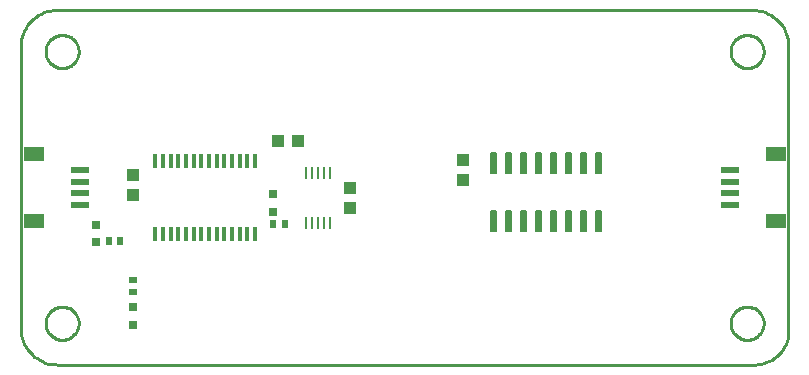
<source format=gbr>
G04 EAGLE Gerber RS-274X export*
G75*
%MOMM*%
%FSLAX34Y34*%
%LPD*%
%INSolderpaste Top*%
%IPPOS*%
%AMOC8*
5,1,8,0,0,1.08239X$1,22.5*%
G01*
%ADD10R,0.400000X1.150000*%
%ADD11C,0.150000*%
%ADD12R,0.250000X1.000000*%
%ADD13R,1.550000X0.600000*%
%ADD14R,1.800000X1.200000*%
%ADD15R,1.000000X1.100000*%
%ADD16R,0.800000X0.800000*%
%ADD17R,0.600000X0.700000*%
%ADD18R,0.700000X0.600000*%
%ADD19C,0.254000*%


D10*
X113960Y110224D03*
X120460Y110224D03*
X126960Y110224D03*
X133460Y110224D03*
X139960Y110224D03*
X146460Y110224D03*
X152960Y110224D03*
X159460Y110224D03*
X165960Y110224D03*
X172460Y110224D03*
X178960Y110224D03*
X185460Y110224D03*
X191960Y110224D03*
X198460Y110224D03*
X198460Y172224D03*
X191960Y172224D03*
X185460Y172224D03*
X178960Y172224D03*
X172460Y172224D03*
X165960Y172224D03*
X159460Y172224D03*
X152960Y172224D03*
X146460Y172224D03*
X139960Y172224D03*
X133460Y172224D03*
X126960Y172224D03*
X120460Y172224D03*
X113960Y172224D03*
D11*
X402300Y130250D02*
X402300Y112750D01*
X397800Y112750D01*
X397800Y130250D01*
X402300Y130250D01*
X402300Y114175D02*
X397800Y114175D01*
X397800Y115600D02*
X402300Y115600D01*
X402300Y117025D02*
X397800Y117025D01*
X397800Y118450D02*
X402300Y118450D01*
X402300Y119875D02*
X397800Y119875D01*
X397800Y121300D02*
X402300Y121300D01*
X402300Y122725D02*
X397800Y122725D01*
X397800Y124150D02*
X402300Y124150D01*
X402300Y125575D02*
X397800Y125575D01*
X397800Y127000D02*
X402300Y127000D01*
X402300Y128425D02*
X397800Y128425D01*
X397800Y129850D02*
X402300Y129850D01*
X415000Y130250D02*
X415000Y112750D01*
X410500Y112750D01*
X410500Y130250D01*
X415000Y130250D01*
X415000Y114175D02*
X410500Y114175D01*
X410500Y115600D02*
X415000Y115600D01*
X415000Y117025D02*
X410500Y117025D01*
X410500Y118450D02*
X415000Y118450D01*
X415000Y119875D02*
X410500Y119875D01*
X410500Y121300D02*
X415000Y121300D01*
X415000Y122725D02*
X410500Y122725D01*
X410500Y124150D02*
X415000Y124150D01*
X415000Y125575D02*
X410500Y125575D01*
X410500Y127000D02*
X415000Y127000D01*
X415000Y128425D02*
X410500Y128425D01*
X410500Y129850D02*
X415000Y129850D01*
X427700Y130250D02*
X427700Y112750D01*
X423200Y112750D01*
X423200Y130250D01*
X427700Y130250D01*
X427700Y114175D02*
X423200Y114175D01*
X423200Y115600D02*
X427700Y115600D01*
X427700Y117025D02*
X423200Y117025D01*
X423200Y118450D02*
X427700Y118450D01*
X427700Y119875D02*
X423200Y119875D01*
X423200Y121300D02*
X427700Y121300D01*
X427700Y122725D02*
X423200Y122725D01*
X423200Y124150D02*
X427700Y124150D01*
X427700Y125575D02*
X423200Y125575D01*
X423200Y127000D02*
X427700Y127000D01*
X427700Y128425D02*
X423200Y128425D01*
X423200Y129850D02*
X427700Y129850D01*
X440400Y130250D02*
X440400Y112750D01*
X435900Y112750D01*
X435900Y130250D01*
X440400Y130250D01*
X440400Y114175D02*
X435900Y114175D01*
X435900Y115600D02*
X440400Y115600D01*
X440400Y117025D02*
X435900Y117025D01*
X435900Y118450D02*
X440400Y118450D01*
X440400Y119875D02*
X435900Y119875D01*
X435900Y121300D02*
X440400Y121300D01*
X440400Y122725D02*
X435900Y122725D01*
X435900Y124150D02*
X440400Y124150D01*
X440400Y125575D02*
X435900Y125575D01*
X435900Y127000D02*
X440400Y127000D01*
X440400Y128425D02*
X435900Y128425D01*
X435900Y129850D02*
X440400Y129850D01*
X453100Y130250D02*
X453100Y112750D01*
X448600Y112750D01*
X448600Y130250D01*
X453100Y130250D01*
X453100Y114175D02*
X448600Y114175D01*
X448600Y115600D02*
X453100Y115600D01*
X453100Y117025D02*
X448600Y117025D01*
X448600Y118450D02*
X453100Y118450D01*
X453100Y119875D02*
X448600Y119875D01*
X448600Y121300D02*
X453100Y121300D01*
X453100Y122725D02*
X448600Y122725D01*
X448600Y124150D02*
X453100Y124150D01*
X453100Y125575D02*
X448600Y125575D01*
X448600Y127000D02*
X453100Y127000D01*
X453100Y128425D02*
X448600Y128425D01*
X448600Y129850D02*
X453100Y129850D01*
X465800Y130250D02*
X465800Y112750D01*
X461300Y112750D01*
X461300Y130250D01*
X465800Y130250D01*
X465800Y114175D02*
X461300Y114175D01*
X461300Y115600D02*
X465800Y115600D01*
X465800Y117025D02*
X461300Y117025D01*
X461300Y118450D02*
X465800Y118450D01*
X465800Y119875D02*
X461300Y119875D01*
X461300Y121300D02*
X465800Y121300D01*
X465800Y122725D02*
X461300Y122725D01*
X461300Y124150D02*
X465800Y124150D01*
X465800Y125575D02*
X461300Y125575D01*
X461300Y127000D02*
X465800Y127000D01*
X465800Y128425D02*
X461300Y128425D01*
X461300Y129850D02*
X465800Y129850D01*
X478500Y130250D02*
X478500Y112750D01*
X474000Y112750D01*
X474000Y130250D01*
X478500Y130250D01*
X478500Y114175D02*
X474000Y114175D01*
X474000Y115600D02*
X478500Y115600D01*
X478500Y117025D02*
X474000Y117025D01*
X474000Y118450D02*
X478500Y118450D01*
X478500Y119875D02*
X474000Y119875D01*
X474000Y121300D02*
X478500Y121300D01*
X478500Y122725D02*
X474000Y122725D01*
X474000Y124150D02*
X478500Y124150D01*
X478500Y125575D02*
X474000Y125575D01*
X474000Y127000D02*
X478500Y127000D01*
X478500Y128425D02*
X474000Y128425D01*
X474000Y129850D02*
X478500Y129850D01*
X491200Y130250D02*
X491200Y112750D01*
X486700Y112750D01*
X486700Y130250D01*
X491200Y130250D01*
X491200Y114175D02*
X486700Y114175D01*
X486700Y115600D02*
X491200Y115600D01*
X491200Y117025D02*
X486700Y117025D01*
X486700Y118450D02*
X491200Y118450D01*
X491200Y119875D02*
X486700Y119875D01*
X486700Y121300D02*
X491200Y121300D01*
X491200Y122725D02*
X486700Y122725D01*
X486700Y124150D02*
X491200Y124150D01*
X491200Y125575D02*
X486700Y125575D01*
X486700Y127000D02*
X491200Y127000D01*
X491200Y128425D02*
X486700Y128425D01*
X486700Y129850D02*
X491200Y129850D01*
X491200Y161850D02*
X491200Y179350D01*
X491200Y161850D02*
X486700Y161850D01*
X486700Y179350D01*
X491200Y179350D01*
X491200Y163275D02*
X486700Y163275D01*
X486700Y164700D02*
X491200Y164700D01*
X491200Y166125D02*
X486700Y166125D01*
X486700Y167550D02*
X491200Y167550D01*
X491200Y168975D02*
X486700Y168975D01*
X486700Y170400D02*
X491200Y170400D01*
X491200Y171825D02*
X486700Y171825D01*
X486700Y173250D02*
X491200Y173250D01*
X491200Y174675D02*
X486700Y174675D01*
X486700Y176100D02*
X491200Y176100D01*
X491200Y177525D02*
X486700Y177525D01*
X486700Y178950D02*
X491200Y178950D01*
X478500Y179350D02*
X478500Y161850D01*
X474000Y161850D01*
X474000Y179350D01*
X478500Y179350D01*
X478500Y163275D02*
X474000Y163275D01*
X474000Y164700D02*
X478500Y164700D01*
X478500Y166125D02*
X474000Y166125D01*
X474000Y167550D02*
X478500Y167550D01*
X478500Y168975D02*
X474000Y168975D01*
X474000Y170400D02*
X478500Y170400D01*
X478500Y171825D02*
X474000Y171825D01*
X474000Y173250D02*
X478500Y173250D01*
X478500Y174675D02*
X474000Y174675D01*
X474000Y176100D02*
X478500Y176100D01*
X478500Y177525D02*
X474000Y177525D01*
X474000Y178950D02*
X478500Y178950D01*
X465800Y179350D02*
X465800Y161850D01*
X461300Y161850D01*
X461300Y179350D01*
X465800Y179350D01*
X465800Y163275D02*
X461300Y163275D01*
X461300Y164700D02*
X465800Y164700D01*
X465800Y166125D02*
X461300Y166125D01*
X461300Y167550D02*
X465800Y167550D01*
X465800Y168975D02*
X461300Y168975D01*
X461300Y170400D02*
X465800Y170400D01*
X465800Y171825D02*
X461300Y171825D01*
X461300Y173250D02*
X465800Y173250D01*
X465800Y174675D02*
X461300Y174675D01*
X461300Y176100D02*
X465800Y176100D01*
X465800Y177525D02*
X461300Y177525D01*
X461300Y178950D02*
X465800Y178950D01*
X453100Y179350D02*
X453100Y161850D01*
X448600Y161850D01*
X448600Y179350D01*
X453100Y179350D01*
X453100Y163275D02*
X448600Y163275D01*
X448600Y164700D02*
X453100Y164700D01*
X453100Y166125D02*
X448600Y166125D01*
X448600Y167550D02*
X453100Y167550D01*
X453100Y168975D02*
X448600Y168975D01*
X448600Y170400D02*
X453100Y170400D01*
X453100Y171825D02*
X448600Y171825D01*
X448600Y173250D02*
X453100Y173250D01*
X453100Y174675D02*
X448600Y174675D01*
X448600Y176100D02*
X453100Y176100D01*
X453100Y177525D02*
X448600Y177525D01*
X448600Y178950D02*
X453100Y178950D01*
X440400Y179350D02*
X440400Y161850D01*
X435900Y161850D01*
X435900Y179350D01*
X440400Y179350D01*
X440400Y163275D02*
X435900Y163275D01*
X435900Y164700D02*
X440400Y164700D01*
X440400Y166125D02*
X435900Y166125D01*
X435900Y167550D02*
X440400Y167550D01*
X440400Y168975D02*
X435900Y168975D01*
X435900Y170400D02*
X440400Y170400D01*
X440400Y171825D02*
X435900Y171825D01*
X435900Y173250D02*
X440400Y173250D01*
X440400Y174675D02*
X435900Y174675D01*
X435900Y176100D02*
X440400Y176100D01*
X440400Y177525D02*
X435900Y177525D01*
X435900Y178950D02*
X440400Y178950D01*
X427700Y179350D02*
X427700Y161850D01*
X423200Y161850D01*
X423200Y179350D01*
X427700Y179350D01*
X427700Y163275D02*
X423200Y163275D01*
X423200Y164700D02*
X427700Y164700D01*
X427700Y166125D02*
X423200Y166125D01*
X423200Y167550D02*
X427700Y167550D01*
X427700Y168975D02*
X423200Y168975D01*
X423200Y170400D02*
X427700Y170400D01*
X427700Y171825D02*
X423200Y171825D01*
X423200Y173250D02*
X427700Y173250D01*
X427700Y174675D02*
X423200Y174675D01*
X423200Y176100D02*
X427700Y176100D01*
X427700Y177525D02*
X423200Y177525D01*
X423200Y178950D02*
X427700Y178950D01*
X415000Y179350D02*
X415000Y161850D01*
X410500Y161850D01*
X410500Y179350D01*
X415000Y179350D01*
X415000Y163275D02*
X410500Y163275D01*
X410500Y164700D02*
X415000Y164700D01*
X415000Y166125D02*
X410500Y166125D01*
X410500Y167550D02*
X415000Y167550D01*
X415000Y168975D02*
X410500Y168975D01*
X410500Y170400D02*
X415000Y170400D01*
X415000Y171825D02*
X410500Y171825D01*
X410500Y173250D02*
X415000Y173250D01*
X415000Y174675D02*
X410500Y174675D01*
X410500Y176100D02*
X415000Y176100D01*
X415000Y177525D02*
X410500Y177525D01*
X410500Y178950D02*
X415000Y178950D01*
X402300Y179350D02*
X402300Y161850D01*
X397800Y161850D01*
X397800Y179350D01*
X402300Y179350D01*
X402300Y163275D02*
X397800Y163275D01*
X397800Y164700D02*
X402300Y164700D01*
X402300Y166125D02*
X397800Y166125D01*
X397800Y167550D02*
X402300Y167550D01*
X402300Y168975D02*
X397800Y168975D01*
X397800Y170400D02*
X402300Y170400D01*
X402300Y171825D02*
X397800Y171825D01*
X397800Y173250D02*
X402300Y173250D01*
X402300Y174675D02*
X397800Y174675D01*
X397800Y176100D02*
X402300Y176100D01*
X402300Y177525D02*
X397800Y177525D01*
X397800Y178950D02*
X402300Y178950D01*
D12*
X261460Y162355D03*
X256460Y162355D03*
X251460Y162355D03*
X246460Y162355D03*
X241460Y162355D03*
X241460Y120093D03*
X246460Y120093D03*
X251460Y120093D03*
X256460Y120093D03*
X261460Y120093D03*
D13*
X600462Y135000D03*
X600462Y145000D03*
X600462Y155000D03*
X600462Y165000D03*
D14*
X639462Y122000D03*
X639462Y178000D03*
D13*
X50540Y165000D03*
X50540Y155000D03*
X50540Y145000D03*
X50540Y135000D03*
D14*
X11540Y178000D03*
X11540Y122000D03*
D15*
X95250Y160900D03*
X95250Y143900D03*
X279146Y149724D03*
X279146Y132724D03*
X374650Y173600D03*
X374650Y156600D03*
X218068Y189484D03*
X235068Y189484D03*
D16*
X213487Y144533D03*
X213487Y129533D03*
X95250Y33775D03*
X95250Y48775D03*
D17*
X223694Y119253D03*
X213694Y119253D03*
D18*
X95250Y61675D03*
X95250Y71675D03*
D16*
X63500Y118625D03*
X63500Y103625D03*
D17*
X74375Y104775D03*
X84375Y104775D03*
D19*
X0Y30078D02*
X172Y27410D01*
X576Y24768D01*
X1208Y22171D01*
X2065Y19639D01*
X3139Y17191D01*
X4422Y14846D01*
X5905Y12621D01*
X7575Y10535D01*
X9422Y8602D01*
X11430Y6837D01*
X13584Y5254D01*
X15867Y3865D01*
X18264Y2680D01*
X20754Y1708D01*
X23319Y958D01*
X25941Y433D01*
X28598Y139D01*
X31270Y78D01*
X621270Y78D01*
X623827Y245D01*
X626360Y634D01*
X628849Y1243D01*
X631275Y2066D01*
X633621Y3098D01*
X635867Y4330D01*
X637998Y5753D01*
X639997Y7356D01*
X641848Y9128D01*
X643538Y11054D01*
X645054Y13120D01*
X646383Y15310D01*
X647517Y17608D01*
X648446Y19996D01*
X649164Y22456D01*
X649664Y24969D01*
X649944Y27516D01*
X650000Y30078D01*
X650000Y270078D01*
X649886Y272693D01*
X649544Y275287D01*
X648978Y277843D01*
X648191Y280339D01*
X647189Y282757D01*
X645981Y285078D01*
X644575Y287285D01*
X642981Y289362D01*
X641213Y291291D01*
X639284Y293059D01*
X637207Y294653D01*
X635000Y296059D01*
X632679Y297267D01*
X630261Y298269D01*
X627765Y299056D01*
X625209Y299622D01*
X622615Y299964D01*
X620000Y300078D01*
X30000Y300078D01*
X27385Y299964D01*
X24791Y299622D01*
X22235Y299056D01*
X19739Y298269D01*
X17321Y297267D01*
X15000Y296059D01*
X12793Y294653D01*
X10716Y293059D01*
X8787Y291291D01*
X7019Y289362D01*
X5425Y287285D01*
X4019Y285078D01*
X2811Y282757D01*
X1809Y280339D01*
X1022Y277843D01*
X456Y275287D01*
X114Y272693D01*
X0Y270078D01*
X0Y30078D01*
X49000Y34578D02*
X48929Y33581D01*
X48786Y32591D01*
X48574Y31614D01*
X48292Y30654D01*
X47943Y29717D01*
X47527Y28807D01*
X47048Y27930D01*
X46507Y27088D01*
X45908Y26288D01*
X45253Y25532D01*
X44546Y24825D01*
X43790Y24170D01*
X42990Y23571D01*
X42148Y23030D01*
X41271Y22551D01*
X40361Y22135D01*
X39424Y21786D01*
X38465Y21504D01*
X37487Y21292D01*
X36498Y21149D01*
X35500Y21078D01*
X34500Y21078D01*
X33503Y21149D01*
X32513Y21292D01*
X31536Y21504D01*
X30576Y21786D01*
X29639Y22135D01*
X28729Y22551D01*
X27852Y23030D01*
X27010Y23571D01*
X26210Y24170D01*
X25454Y24825D01*
X24747Y25532D01*
X24092Y26288D01*
X23493Y27088D01*
X22952Y27930D01*
X22473Y28807D01*
X22057Y29717D01*
X21708Y30654D01*
X21426Y31614D01*
X21214Y32591D01*
X21071Y33581D01*
X21000Y34578D01*
X21000Y35578D01*
X21071Y36576D01*
X21214Y37565D01*
X21426Y38543D01*
X21708Y39502D01*
X22057Y40439D01*
X22473Y41349D01*
X22952Y42226D01*
X23493Y43068D01*
X24092Y43868D01*
X24747Y44624D01*
X25454Y45331D01*
X26210Y45986D01*
X27010Y46585D01*
X27852Y47126D01*
X28729Y47605D01*
X29639Y48021D01*
X30576Y48370D01*
X31536Y48652D01*
X32513Y48864D01*
X33503Y49007D01*
X34500Y49078D01*
X35500Y49078D01*
X36498Y49007D01*
X37487Y48864D01*
X38465Y48652D01*
X39424Y48370D01*
X40361Y48021D01*
X41271Y47605D01*
X42148Y47126D01*
X42990Y46585D01*
X43790Y45986D01*
X44546Y45331D01*
X45253Y44624D01*
X45908Y43868D01*
X46507Y43068D01*
X47048Y42226D01*
X47527Y41349D01*
X47943Y40439D01*
X48292Y39502D01*
X48574Y38543D01*
X48786Y37565D01*
X48929Y36576D01*
X49000Y35578D01*
X49000Y34578D01*
X49000Y264578D02*
X48929Y263581D01*
X48786Y262591D01*
X48574Y261614D01*
X48292Y260654D01*
X47943Y259717D01*
X47527Y258807D01*
X47048Y257930D01*
X46507Y257088D01*
X45908Y256288D01*
X45253Y255532D01*
X44546Y254825D01*
X43790Y254170D01*
X42990Y253571D01*
X42148Y253030D01*
X41271Y252551D01*
X40361Y252135D01*
X39424Y251786D01*
X38465Y251504D01*
X37487Y251292D01*
X36498Y251149D01*
X35500Y251078D01*
X34500Y251078D01*
X33503Y251149D01*
X32513Y251292D01*
X31536Y251504D01*
X30576Y251786D01*
X29639Y252135D01*
X28729Y252551D01*
X27852Y253030D01*
X27010Y253571D01*
X26210Y254170D01*
X25454Y254825D01*
X24747Y255532D01*
X24092Y256288D01*
X23493Y257088D01*
X22952Y257930D01*
X22473Y258807D01*
X22057Y259717D01*
X21708Y260654D01*
X21426Y261614D01*
X21214Y262591D01*
X21071Y263581D01*
X21000Y264578D01*
X21000Y265578D01*
X21071Y266576D01*
X21214Y267565D01*
X21426Y268543D01*
X21708Y269502D01*
X22057Y270439D01*
X22473Y271349D01*
X22952Y272226D01*
X23493Y273068D01*
X24092Y273868D01*
X24747Y274624D01*
X25454Y275331D01*
X26210Y275986D01*
X27010Y276585D01*
X27852Y277126D01*
X28729Y277605D01*
X29639Y278021D01*
X30576Y278370D01*
X31536Y278652D01*
X32513Y278864D01*
X33503Y279007D01*
X34500Y279078D01*
X35500Y279078D01*
X36498Y279007D01*
X37487Y278864D01*
X38465Y278652D01*
X39424Y278370D01*
X40361Y278021D01*
X41271Y277605D01*
X42148Y277126D01*
X42990Y276585D01*
X43790Y275986D01*
X44546Y275331D01*
X45253Y274624D01*
X45908Y273868D01*
X46507Y273068D01*
X47048Y272226D01*
X47527Y271349D01*
X47943Y270439D01*
X48292Y269502D01*
X48574Y268543D01*
X48786Y267565D01*
X48929Y266576D01*
X49000Y265578D01*
X49000Y264578D01*
X629000Y264578D02*
X628929Y263581D01*
X628786Y262591D01*
X628574Y261614D01*
X628292Y260654D01*
X627943Y259717D01*
X627527Y258807D01*
X627048Y257930D01*
X626507Y257088D01*
X625908Y256288D01*
X625253Y255532D01*
X624546Y254825D01*
X623790Y254170D01*
X622990Y253571D01*
X622148Y253030D01*
X621271Y252551D01*
X620361Y252135D01*
X619424Y251786D01*
X618465Y251504D01*
X617487Y251292D01*
X616498Y251149D01*
X615500Y251078D01*
X614500Y251078D01*
X613503Y251149D01*
X612513Y251292D01*
X611536Y251504D01*
X610576Y251786D01*
X609639Y252135D01*
X608729Y252551D01*
X607852Y253030D01*
X607010Y253571D01*
X606210Y254170D01*
X605454Y254825D01*
X604747Y255532D01*
X604092Y256288D01*
X603493Y257088D01*
X602952Y257930D01*
X602473Y258807D01*
X602057Y259717D01*
X601708Y260654D01*
X601426Y261614D01*
X601214Y262591D01*
X601071Y263581D01*
X601000Y264578D01*
X601000Y265578D01*
X601071Y266576D01*
X601214Y267565D01*
X601426Y268543D01*
X601708Y269502D01*
X602057Y270439D01*
X602473Y271349D01*
X602952Y272226D01*
X603493Y273068D01*
X604092Y273868D01*
X604747Y274624D01*
X605454Y275331D01*
X606210Y275986D01*
X607010Y276585D01*
X607852Y277126D01*
X608729Y277605D01*
X609639Y278021D01*
X610576Y278370D01*
X611536Y278652D01*
X612513Y278864D01*
X613503Y279007D01*
X614500Y279078D01*
X615500Y279078D01*
X616498Y279007D01*
X617487Y278864D01*
X618465Y278652D01*
X619424Y278370D01*
X620361Y278021D01*
X621271Y277605D01*
X622148Y277126D01*
X622990Y276585D01*
X623790Y275986D01*
X624546Y275331D01*
X625253Y274624D01*
X625908Y273868D01*
X626507Y273068D01*
X627048Y272226D01*
X627527Y271349D01*
X627943Y270439D01*
X628292Y269502D01*
X628574Y268543D01*
X628786Y267565D01*
X628929Y266576D01*
X629000Y265578D01*
X629000Y264578D01*
X629000Y34578D02*
X628929Y33581D01*
X628786Y32591D01*
X628574Y31614D01*
X628292Y30654D01*
X627943Y29717D01*
X627527Y28807D01*
X627048Y27930D01*
X626507Y27088D01*
X625908Y26288D01*
X625253Y25532D01*
X624546Y24825D01*
X623790Y24170D01*
X622990Y23571D01*
X622148Y23030D01*
X621271Y22551D01*
X620361Y22135D01*
X619424Y21786D01*
X618465Y21504D01*
X617487Y21292D01*
X616498Y21149D01*
X615500Y21078D01*
X614500Y21078D01*
X613503Y21149D01*
X612513Y21292D01*
X611536Y21504D01*
X610576Y21786D01*
X609639Y22135D01*
X608729Y22551D01*
X607852Y23030D01*
X607010Y23571D01*
X606210Y24170D01*
X605454Y24825D01*
X604747Y25532D01*
X604092Y26288D01*
X603493Y27088D01*
X602952Y27930D01*
X602473Y28807D01*
X602057Y29717D01*
X601708Y30654D01*
X601426Y31614D01*
X601214Y32591D01*
X601071Y33581D01*
X601000Y34578D01*
X601000Y35578D01*
X601071Y36576D01*
X601214Y37565D01*
X601426Y38543D01*
X601708Y39502D01*
X602057Y40439D01*
X602473Y41349D01*
X602952Y42226D01*
X603493Y43068D01*
X604092Y43868D01*
X604747Y44624D01*
X605454Y45331D01*
X606210Y45986D01*
X607010Y46585D01*
X607852Y47126D01*
X608729Y47605D01*
X609639Y48021D01*
X610576Y48370D01*
X611536Y48652D01*
X612513Y48864D01*
X613503Y49007D01*
X614500Y49078D01*
X615500Y49078D01*
X616498Y49007D01*
X617487Y48864D01*
X618465Y48652D01*
X619424Y48370D01*
X620361Y48021D01*
X621271Y47605D01*
X622148Y47126D01*
X622990Y46585D01*
X623790Y45986D01*
X624546Y45331D01*
X625253Y44624D01*
X625908Y43868D01*
X626507Y43068D01*
X627048Y42226D01*
X627527Y41349D01*
X627943Y40439D01*
X628292Y39502D01*
X628574Y38543D01*
X628786Y37565D01*
X628929Y36576D01*
X629000Y35578D01*
X629000Y34578D01*
M02*

</source>
